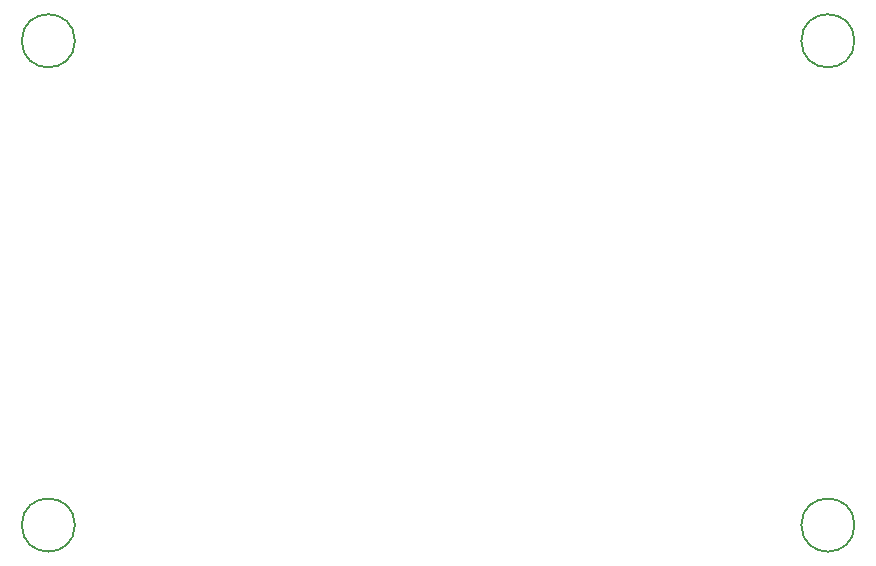
<source format=gbr>
%TF.GenerationSoftware,KiCad,Pcbnew,(6.0.7)*%
%TF.CreationDate,2023-12-12T10:26:36+09:00*%
%TF.ProjectId,Odometry,4f646f6d-6574-4727-992e-6b696361645f,rev?*%
%TF.SameCoordinates,Original*%
%TF.FileFunction,Other,Comment*%
%FSLAX46Y46*%
G04 Gerber Fmt 4.6, Leading zero omitted, Abs format (unit mm)*
G04 Created by KiCad (PCBNEW (6.0.7)) date 2023-12-12 10:26:36*
%MOMM*%
%LPD*%
G01*
G04 APERTURE LIST*
%ADD10C,0.150000*%
G04 APERTURE END LIST*
D10*
%TO.C,REF\u002A\u002A*%
X19912500Y-58837500D02*
G75*
G03*
X19912500Y-58837500I-2250000J0D01*
G01*
X85912500Y-17837500D02*
G75*
G03*
X85912500Y-17837500I-2250000J0D01*
G01*
X19912500Y-17837500D02*
G75*
G03*
X19912500Y-17837500I-2250000J0D01*
G01*
X85912500Y-58837500D02*
G75*
G03*
X85912500Y-58837500I-2250000J0D01*
G01*
%TD*%
M02*

</source>
